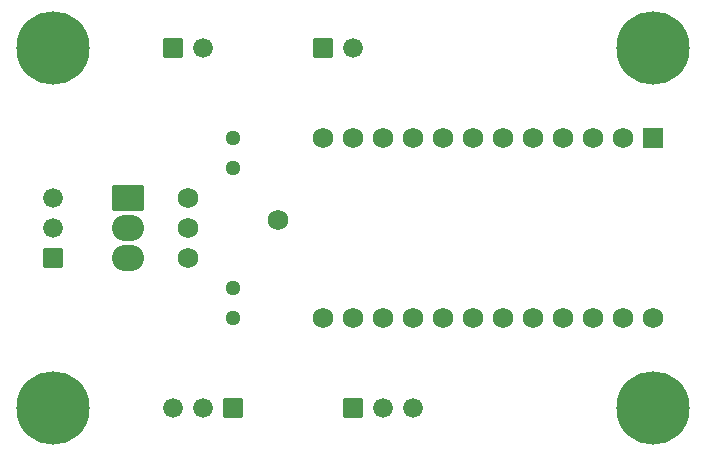
<source format=gbs>
G04 Layer: BottomSolderMaskLayer*
G04 EasyEDA v6.5.22, 2023-02-27 20:34:50*
G04 caa8996452b24255bb9f00db4a7e08d3,da3b0543d5484e77bd98afd5aefff037,10*
G04 Gerber Generator version 0.2*
G04 Scale: 100 percent, Rotated: No, Reflected: No *
G04 Dimensions in millimeters *
G04 leading zeros omitted , absolute positions ,4 integer and 5 decimal *
%FSLAX45Y45*%
%MOMM*%

%AMMACRO1*1,1,$1,$2,$3*1,1,$1,$4,$5*1,1,$1,0-$2,0-$3*1,1,$1,0-$4,0-$5*20,1,$1,$2,$3,$4,$5,0*20,1,$1,$4,$5,0-$2,0-$3,0*20,1,$1,0-$2,0-$3,0-$4,0-$5,0*20,1,$1,0-$4,0-$5,$2,$3,0*4,1,4,$2,$3,$4,$5,0-$2,0-$3,0-$4,0-$5,$2,$3,0*%
%ADD10MACRO1,0.1016X0.7874X-0.7874X0.7874X0.7874*%
%ADD11C,1.6764*%
%ADD12C,1.2954*%
%ADD13MACRO1,0.2032X0.762X0.762X0.762X-0.762*%
%ADD14C,1.7272*%
%ADD15C,6.2032*%
%ADD16C,0.9032*%
%ADD17MACRO1,0.1016X0.7874X0.7874X0.7874X-0.7874*%
%ADD18MACRO1,0.1016X-0.7874X0.7874X0.7874X0.7874*%
%ADD19MACRO1,0.1016X0.7874X-0.7874X-0.7874X-0.7874*%
%ADD20O,2.7031949999999996X2.2031959999999997*%
%ADD21MACRO1,0.2032X1.2497X1.0008X1.2497X-1.0008*%

%LPD*%
D10*
G01*
X381000Y1651000D03*
D11*
G01*
X381000Y1905000D03*
G01*
X381000Y2159000D03*
D12*
G01*
X1905000Y1397000D03*
G01*
X1905000Y1143000D03*
G01*
X1905000Y2413000D03*
G01*
X1905000Y2667000D03*
D13*
G01*
X5461000Y2667000D03*
D14*
G01*
X5207000Y2667000D03*
G01*
X4699000Y2667000D03*
G01*
X4445000Y2667000D03*
G01*
X4191000Y2667000D03*
G01*
X3937000Y2667000D03*
G01*
X3683000Y2667000D03*
G01*
X3429000Y2667000D03*
G01*
X3175000Y2667000D03*
G01*
X2921000Y2667000D03*
G01*
X2667000Y2667000D03*
G01*
X2667000Y1143000D03*
G01*
X2921000Y1143000D03*
G01*
X3175000Y1143000D03*
G01*
X3429000Y1143000D03*
G01*
X3683000Y1143000D03*
G01*
X3937000Y1143000D03*
G01*
X4191000Y1143000D03*
G01*
X4445000Y1143000D03*
G01*
X4699000Y1143000D03*
G01*
X4953000Y1143000D03*
G01*
X5207000Y1143000D03*
G01*
X5461000Y1143000D03*
G01*
X4953000Y2667000D03*
D15*
G01*
X381000Y381000D03*
D16*
G01*
X221005Y226009D03*
G01*
X381000Y156006D03*
G01*
X600989Y381000D03*
G01*
X540994Y226009D03*
G01*
X545998Y540994D03*
G01*
X161010Y381000D03*
G01*
X221005Y540994D03*
G01*
X381000Y605993D03*
D15*
G01*
X5461000Y381000D03*
D16*
G01*
X5301005Y226009D03*
G01*
X5461000Y156006D03*
G01*
X5680989Y381000D03*
G01*
X5620994Y226009D03*
G01*
X5625998Y540994D03*
G01*
X5241010Y381000D03*
G01*
X5301005Y540994D03*
G01*
X5461000Y605993D03*
D15*
G01*
X5461000Y3429000D03*
D16*
G01*
X5301005Y3274009D03*
G01*
X5461000Y3204006D03*
G01*
X5680989Y3429000D03*
G01*
X5620994Y3274009D03*
G01*
X5625998Y3588994D03*
G01*
X5241010Y3429000D03*
G01*
X5301005Y3588994D03*
G01*
X5461000Y3653993D03*
D15*
G01*
X381000Y3429000D03*
D16*
G01*
X221005Y3274009D03*
G01*
X381000Y3204006D03*
G01*
X600989Y3429000D03*
G01*
X540994Y3274009D03*
G01*
X545998Y3588994D03*
G01*
X161010Y3429000D03*
G01*
X221005Y3588994D03*
G01*
X381000Y3653993D03*
D17*
G01*
X1397000Y3429000D03*
D11*
G01*
X1651000Y3429000D03*
D17*
G01*
X2667000Y3429000D03*
D11*
G01*
X2921000Y3429000D03*
D18*
G01*
X2921000Y381000D03*
D11*
G01*
X3175000Y381000D03*
G01*
X3429000Y381000D03*
D19*
G01*
X1905000Y381000D03*
D11*
G01*
X1651000Y381000D03*
G01*
X1397000Y381000D03*
D20*
G01*
X1016000Y1905000D03*
G01*
X1016000Y1651000D03*
D21*
G01*
X1016000Y2159000D03*
D14*
G01*
X1524000Y2159000D03*
G01*
X1524000Y1905000D03*
G01*
X1524000Y1651000D03*
G01*
X2286000Y1968500D03*
M02*

</source>
